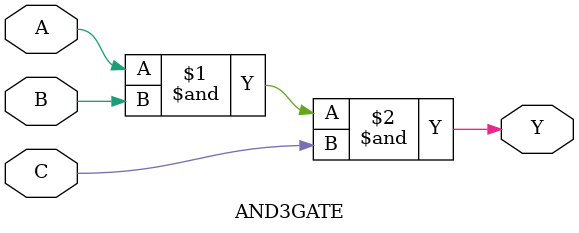
<source format=v>
`timescale 1ns / 1ps


module AND3GATE(
    input A,
    input B,
    input C,
    output Y
    );
    and(Y,A,B,C);
endmodule

</source>
